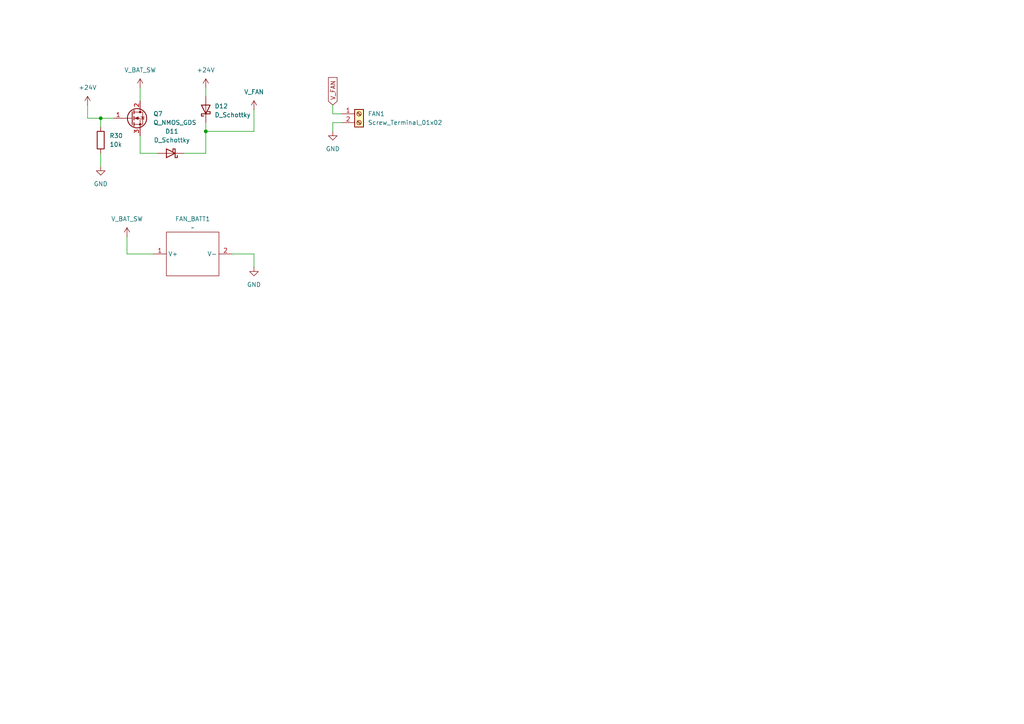
<source format=kicad_sch>
(kicad_sch (version 20231120) (generator "eeschema") (generator_version "8.0")
  (paper "A4")
  (lib_symbols
    (symbol "BAT_HOLD_1"
      (property "Reference" "BAT" (at 5.08 -2.54 0))
      (symbol "BAT_HOLD_1_0_1"
        (rectangle (start 2.54 -5.08) (end 17.78 -17.78))
      )
      (symbol "BAT_HOLD_1_1_1"
        (pin passive line (at -1.27 -11.43 0) (length 3.81) (name "V+") (number "1"))
        (pin passive line (at 21.59 -11.43 180) (length 3.81) (name "V-") (number "2"))
      )
    )
    (symbol "Connector:Screw_Terminal_01x02" (pin_names (offset 1.016) hide)
      (property "Reference" "J" (at 0 2.54 0))
      (property "Value" "Screw_Terminal_01x02" (at 0 -5.08 0))
      (symbol "Screw_Terminal_01x02_1_1"
        (rectangle (start -1.27 1.27) (end 1.27 -3.81) (stroke (width 0.254)) (fill (type background)))
        (circle (center 0 -2.54) (radius 0.635) (stroke (width 0.1524)))
        (polyline (pts (xy -0.5334 -2.2098) (xy 0.3302 -3.048)) (stroke (width 0.1524)))
        (polyline (pts (xy -0.5334 0.3302) (xy 0.3302 -0.508)) (stroke (width 0.1524)))
        (polyline (pts (xy -0.3556 -2.032) (xy 0.508 -2.8702)) (stroke (width 0.1524)))
        (polyline (pts (xy -0.3556 0.508) (xy 0.508 -0.3302)) (stroke (width 0.1524)))
        (circle (center 0 0) (radius 0.635) (stroke (width 0.1524)))
        (pin passive line (at -5.08 0 0) (length 3.81) (name "Pin_1") (number "1"))
        (pin passive line (at -5.08 -2.54 0) (length 3.81) (name "Pin_2") (number "2"))
      )
    )
    (symbol "Device:D_Schottky" (pin_numbers hide) (pin_names (offset 1.016) hide)
      (property "Reference" "D" (at 0 2.54 0))
      (property "Value" "D_Schottky" (at 0 -2.54 0))
      (symbol "D_Schottky_0_1"
        (polyline (pts (xy 1.27 0) (xy -1.27 0)))
        (polyline (pts (xy 1.27 1.27) (xy 1.27 -1.27) (xy -1.27 0) (xy 1.27 1.27)) (stroke (width 0.254)))
        (polyline (pts (xy -1.905 0.635) (xy -1.905 1.27) (xy -1.27 1.27) (xy -1.27 -1.27) (xy -0.635 -1.27) (xy -0.635 -0.635)) (stroke (width 0.254)))
      )
      (symbol "D_Schottky_1_1"
        (pin passive line (at -3.81 0 0) (length 2.54) (name "K") (number "1"))
        (pin passive line (at 3.81 0 180) (length 2.54) (name "A") (number "2"))
      )
    )
    (symbol "Device:Q_NMOS_GDS" (pin_names (offset 0) hide)
      (property "Reference" "Q" (at 5.08 1.27 0))
      (property "Value" "Q_NMOS_GDS" (at 5.08 -1.27 0))
      (symbol "Q_NMOS_GDS_0_1"
        (polyline (pts (xy 0.254 0) (xy -2.54 0)))
        (polyline (pts (xy 0.254 1.905) (xy 0.254 -1.905)) (stroke (width 0.254)))
        (polyline (pts (xy 0.762 -1.27) (xy 0.762 -2.286)) (stroke (width 0.254)))
        (polyline (pts (xy 0.762 0.508) (xy 0.762 -0.508)) (stroke (width 0.254)))
        (polyline (pts (xy 0.762 2.286) (xy 0.762 1.27)) (stroke (width 0.254)))
        (polyline (pts (xy 2.54 2.54) (xy 2.54 1.778)))
        (polyline (pts (xy 2.54 -2.54) (xy 2.54 0) (xy 0.762 0)))
        (polyline (pts (xy 0.762 -1.778) (xy 3.302 -1.778) (xy 3.302 1.778) (xy 0.762 1.778)))
        (polyline (pts (xy 1.016 0) (xy 2.032 0.381) (xy 2.032 -0.381) (xy 1.016 0)) (fill (type outline)))
        (polyline (pts (xy 2.794 0.508) (xy 2.921 0.381) (xy 3.683 0.381) (xy 3.81 0.254)))
        (polyline (pts (xy 3.302 0.381) (xy 2.921 -0.254) (xy 3.683 -0.254) (xy 3.302 0.381)))
        (circle (center 1.651 0) (radius 2.794) (stroke (width 0.254)))
        (circle (center 2.54 -1.778) (radius 0.254) (fill (type outline)))
        (circle (center 2.54 1.778) (radius 0.254) (fill (type outline)))
      )
      (symbol "Q_NMOS_GDS_1_1"
        (pin input line (at -5.08 0 0) (length 2.54) (name "G") (number "1"))
        (pin passive line (at 2.54 5.08 270) (length 2.54) (name "D") (number "2"))
        (pin passive line (at 2.54 -5.08 90) (length 2.54) (name "S") (number "3"))
      )
    )
    (symbol "Device:R" (pin_numbers hide) (pin_names (offset 0))
      (property "Reference" "R" (at 2.032 0 90))
      (property "Value" "R" (at 0 0 90))
      (symbol "R_0_1"
        (rectangle (start -1.016 -2.54) (end 1.016 2.54) (stroke (width 0.254)))
      )
      (symbol "R_1_1"
        (pin passive line (at 0 3.81 270) (length 1.27) (name "~") (number "1"))
        (pin passive line (at 0 -3.81 90) (length 1.27) (name "~") (number "2"))
      )
    )
    (symbol "power:+24V" (power) (pin_numbers hide) (pin_names (offset 0) hide)
      (property "Value" "+24V" (at 0 3.556 0))
      (symbol "+24V_0_1"
        (polyline (pts (xy -0.762 1.27) (xy 0 2.54)))
        (polyline (pts (xy 0 0) (xy 0 2.54)))
        (polyline (pts (xy 0 2.54) (xy 0.762 1.27)))
      )
      (symbol "+24V_1_1"
        (pin power_in line (at 0 0 90) (length 0) (name "~") (number "1"))
      )
    )
    (symbol "power:GND" (power) (pin_numbers hide) (pin_names (offset 0) hide)
      (property "Value" "GND" (at 0 -3.81 0))
      (symbol "GND_0_1"
        (polyline (pts (xy 0 0) (xy 0 -1.27) (xy 1.27 -1.27) (xy 0 -2.54) (xy -1.27 -1.27) (xy 0 -1.27)))
      )
      (symbol "GND_1_1"
        (pin power_in line (at 0 0 270) (length 0) (name "~") (number "1"))
      )
    )
    (symbol "power:VCC" (power) (pin_numbers hide) (pin_names (offset 0) hide)
      (property "Value" "VCC" (at 0 3.556 0))
      (symbol "VCC_0_1"
        (polyline (pts (xy -0.762 1.27) (xy 0 2.54)))
        (polyline (pts (xy 0 0) (xy 0 2.54)))
        (polyline (pts (xy 0 2.54) (xy 0.762 1.27)))
      )
      (symbol "VCC_1_1"
        (pin power_in line (at 0 0 90) (length 0) (name "~") (number "1"))
      )
    )
  )
  (junction (at 29.21 34.29))
  (junction (at 59.69 38.1))
  (wire (pts (xy 73.66 73.66) (xy 73.66 77.47)))
  (wire (pts (xy 59.69 38.1) (xy 73.66 38.1)))
  (wire (pts (xy 29.21 34.29) (xy 25.4 34.29)))
  (wire (pts (xy 40.64 25.4) (xy 40.64 29.21)))
  (wire (pts (xy 67.31 73.66) (xy 73.66 73.66)))
  (wire (pts (xy 99.06 35.56) (xy 96.52 35.56)))
  (wire (pts (xy 53.34 44.45) (xy 59.69 44.45)))
  (wire (pts (xy 40.64 39.37) (xy 40.64 44.45)))
  (wire (pts (xy 33.02 34.29) (xy 29.21 34.29)))
  (wire (pts (xy 44.45 73.66) (xy 36.83 73.66)))
  (wire (pts (xy 59.69 25.4) (xy 59.69 27.94)))
  (wire (pts (xy 59.69 44.45) (xy 59.69 38.1)))
  (wire (pts (xy 96.52 30.48) (xy 96.52 33.02)))
  (wire (pts (xy 25.4 34.29) (xy 25.4 30.48)))
  (wire (pts (xy 59.69 38.1) (xy 59.69 35.56)))
  (wire (pts (xy 29.21 44.45) (xy 29.21 48.26)))
  (wire (pts (xy 36.83 73.66) (xy 36.83 68.58)))
  (wire (pts (xy 96.52 35.56) (xy 96.52 38.1)))
  (wire (pts (xy 96.52 33.02) (xy 99.06 33.02)))
  (wire (pts (xy 40.64 44.45) (xy 45.72 44.45)))
  (wire (pts (xy 29.21 34.29) (xy 29.21 36.83)))
  (wire (pts (xy 73.66 38.1) (xy 73.66 31.75)))
  (text "FAN:\nDONE\n" (at 3.556 -4.064 0) (effects (font (size 1.27 1.27))))
  (global_label "V_FAN" (shape input) (at 96.52 30.48 90) (property "Intersheetrefs" "${INTERSHEET_REFS}" (effects (hide yes))))
  (symbol (lib_id "power:VCC") (at 73.66 31.75 0) (unit 1)
    (property "Reference" "#PWR079" (effects (hide yes)))
    (property "Value" "V_FAN" (at 73.66 26.67 0))
    (property "Description" "Power symbol creates a global label with name \"VCC\"" (effects (hide yes)))
  )
  (symbol (lib_id "power:VCC") (at 36.83 68.58 0) (unit 1)
    (property "Reference" "#PWR076" (effects (hide yes)))
    (property "Value" "V_BAT_SW" (at 36.83 63.5 0))
    (property "Description" "Power symbol creates a global label with name \"VCC\"" (effects (hide yes)))
  )
  (symbol (lib_id "Device:D_Schottky") (at 59.69 31.75 90) (unit 1)
    (property "Reference" "D12" (at 62.23 30.7974 90) (effects (justify right)))
    (property "Value" "D_Schottky" (at 62.23 33.3374 90) (effects (justify right)))
    (property "Footprint" "Diode_SMD:D_SMA" (effects (hide yes)))
    (property "Description" "Schottky diode" (effects (hide yes)))
  )
  (symbol (lib_name "BAT_HOLD_1") (lib_id "SJSU_common:BAT_HOLD") (at 45.72 62.23 0) (unit 1)
    (property "Reference" "FAN_BATT1" (at 55.88 63.5 0))
    (property "Value" "~" (at 55.88 66.04 0))
    (property "Footprint" "SJSU_common:BAT_HOLD" (effects (hide yes)))
  )
  (symbol (lib_id "Connector:Screw_Terminal_01x02") (at 104.14 33.02 0) (unit 1)
    (property "Reference" "FAN1" (at 106.68 33.0199 0) (effects (justify left)))
    (property "Value" "Screw_Terminal_01x02" (at 106.68 35.5599 0) (effects (justify left)))
    (property "Footprint" "TerminalBlock:TerminalBlock_Xinya_XY308-2.54-2P_1x02_P2.54mm_Horizontal" (effects (hide yes)))
    (property "Description" "Generic screw terminal, single row, 01x02, script generated (kicad-library-utils/schlib/autogen/connector/)" (effects (hide yes)))
  )
  (symbol (lib_id "power:GND") (at 73.66 77.47 0) (unit 1)
    (property "Reference" "#PWR083" (effects (hide yes)))
    (property "Value" "GND" (at 73.66 82.55 0))
    (property "Description" "Power symbol creates a global label with name \"GND\" , ground" (effects (hide yes)))
  )
  (symbol (lib_id "power:+24V") (at 59.69 25.4 0) (unit 1)
    (property "Reference" "#PWR080" (effects (hide yes)))
    (property "Value" "+24V" (at 59.69 20.32 0))
    (property "Description" "Power symbol creates a global label with name \"+24V\"" (effects (hide yes)))
  )
  (symbol (lib_id "power:GND") (at 96.52 38.1 0) (unit 1)
    (property "Reference" "#PWR048" (effects (hide yes)))
    (property "Value" "GND" (at 96.52 43.18 0))
    (property "Description" "Power symbol creates a global label with name \"GND\" , ground" (effects (hide yes)))
  )
  (symbol (lib_id "power:GND") (at 29.21 48.26 0) (unit 1)
    (property "Reference" "#PWR082" (effects (hide yes)))
    (property "Value" "GND" (at 29.21 53.34 0))
    (property "Description" "Power symbol creates a global label with name \"GND\" , ground" (effects (hide yes)))
  )
  (symbol (lib_id "Device:D_Schottky") (at 49.53 44.45 180) (unit 1)
    (property "Reference" "D11" (at 49.8475 38.1 0))
    (property "Value" "D_Schottky" (at 49.8475 40.64 0))
    (property "Footprint" "Diode_SMD:D_SMA" (effects (hide yes)))
    (property "Description" "Schottky diode" (effects (hide yes)))
  )
  (symbol (lib_id "power:+24V") (at 25.4 30.48 0) (unit 1)
    (property "Reference" "#PWR081" (effects (hide yes)))
    (property "Value" "+24V" (at 25.4 25.4 0))
    (property "Description" "Power symbol creates a global label with name \"+24V\"" (effects (hide yes)))
  )
  (symbol (lib_id "Device:Q_NMOS_GDS") (at 38.1 34.29 0) (unit 1)
    (property "Reference" "Q7" (at 44.45 33.0199 0) (effects (justify left)))
    (property "Value" "Q_NMOS_GDS" (at 44.45 35.5599 0) (effects (justify left)))
    (property "Footprint" "Package_TO_SOT_SMD:SOT-23" (effects (hide yes)))
    (property "Description" "N-MOSFET transistor, gate/drain/source" (effects (hide yes)))
  )
  (symbol (lib_id "Device:R") (at 29.21 40.64 0) (unit 1)
    (property "Reference" "R30" (at 31.75 39.3699 0) (effects (justify left)))
    (property "Value" "10k" (at 31.75 41.9099 0) (effects (justify left)))
    (property "Footprint" "Resistor_SMD:R_0603_1608Metric" (effects (hide yes)))
    (property "Description" "Resistor" (effects (hide yes)))
  )
  (symbol (lib_id "power:VCC") (at 40.64 25.4 0) (unit 1)
    (property "Reference" "#PWR078" (effects (hide yes)))
    (property "Value" "V_BAT_SW" (at 40.64 20.32 0))
    (property "Description" "Power symbol creates a global label with name \"VCC\"" (effects (hide yes)))
  )
)
</source>
